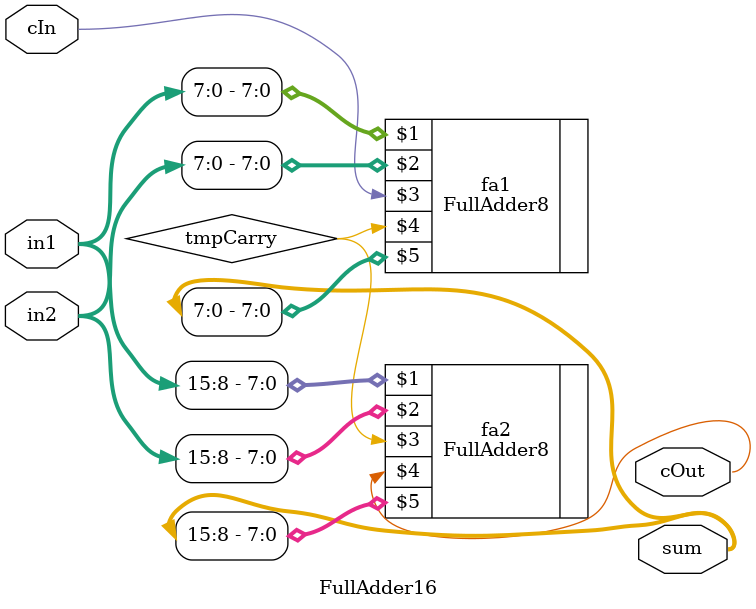
<source format=v>
`timescale 1ns / 1ps
module FullAdder16(
	input [15:0]in1,
	input [15:0]in2, 
	input cIn, 
	output cOut, 
	output [15:0] sum);
	
	wire tmpCarry; //inside carry
	
	FullAdder8 fa1(in1[7:0], in2[7:0], cIn, tmpCarry, sum[7:0]);
	FullAdder8 fa2(in1[15:8], in2[15:8], tmpCarry, cOut, sum[15:8]);


endmodule

</source>
